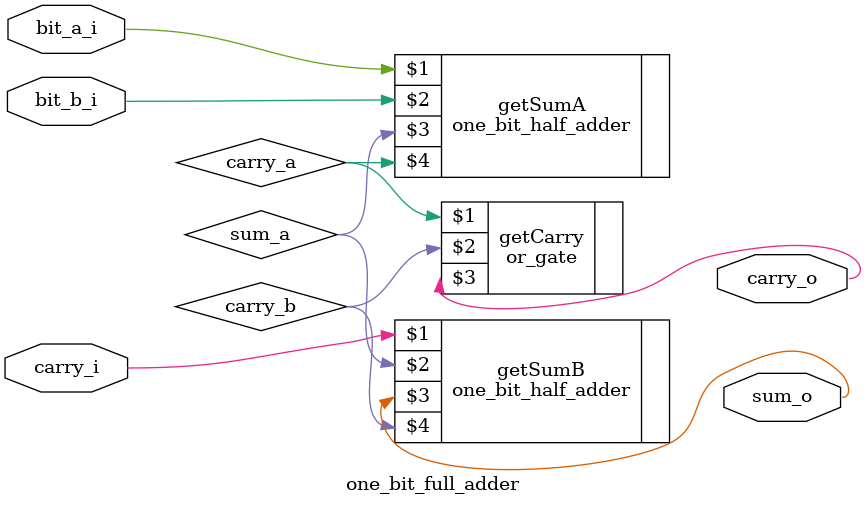
<source format=sv>
/* 
 *
 *
 * @file  one_bit_full_adder.sv
 * @autor Luis Arturo Mora Granados
 * @date  14/09/2018
 */

module one_bit_full_adder
(
     input logic bit_a_i, bit_b_i, carry_i,
    output logic sum_o, carry_o
);
    logic sum_a, carry_a, carry_b;
    one_bit_half_adder getSumA(bit_a_i, bit_b_i, sum_a, carry_a);
    one_bit_half_adder getSumB(carry_i, sum_a, sum_o, carry_b);
    or_gate #(1) getCarry(carry_a, carry_b, carry_o);
endmodule

</source>
